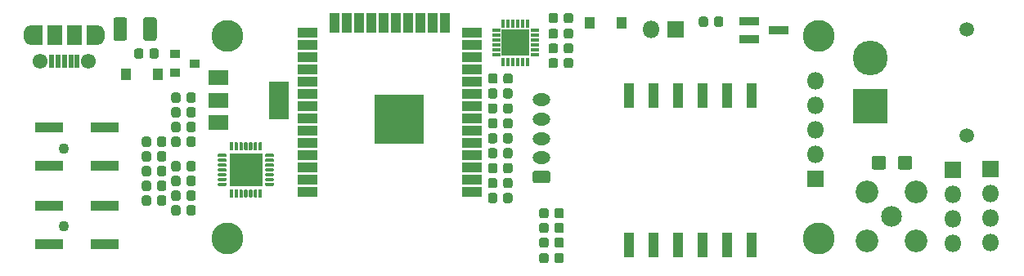
<source format=gbr>
%TF.GenerationSoftware,KiCad,Pcbnew,(5.1.6)-1*%
%TF.CreationDate,2021-06-02T18:30:26+10:00*%
%TF.ProjectId,L2_board,4c325f62-6f61-4726-942e-6b696361645f,2.0*%
%TF.SameCoordinates,Original*%
%TF.FileFunction,Soldermask,Top*%
%TF.FilePolarity,Negative*%
%FSLAX46Y46*%
G04 Gerber Fmt 4.6, Leading zero omitted, Abs format (unit mm)*
G04 Created by KiCad (PCBNEW (5.1.6)-1) date 2021-06-02 18:30:26*
%MOMM*%
%LPD*%
G01*
G04 APERTURE LIST*
%ADD10C,3.300000*%
%ADD11R,2.000000X0.900000*%
%ADD12R,2.843200X2.741600*%
%ADD13R,0.354000X0.811200*%
%ADD14R,0.811200X0.354000*%
%ADD15C,1.100000*%
%ADD16R,1.100000X2.600000*%
%ADD17R,3.450000X3.450000*%
%ADD18R,2.100000X1.600000*%
%ADD19R,2.100000X3.900000*%
%ADD20R,2.100000X1.000000*%
%ADD21R,1.000000X2.100000*%
%ADD22R,5.100000X5.100000*%
%ADD23R,2.900000X1.100000*%
%ADD24R,1.000000X0.900000*%
%ADD25C,3.600000*%
%ADD26R,3.600000X3.600000*%
%ADD27C,1.500000*%
%ADD28O,1.800000X1.800000*%
%ADD29R,1.800000X1.800000*%
%ADD30C,2.350000*%
%ADD31C,2.150000*%
%ADD32O,1.850000X1.300000*%
%ADD33R,1.300000X2.000000*%
%ADD34O,1.300000X2.000000*%
%ADD35R,1.600000X2.000000*%
%ADD36C,1.550000*%
%ADD37R,0.500000X1.450000*%
%ADD38R,1.000000X1.300000*%
G04 APERTURE END LIST*
%TO.C,C18*%
G36*
G01*
X194169600Y-96620882D02*
X194169600Y-95707918D01*
G75*
G02*
X194438118Y-95439400I268518J0D01*
G01*
X195401082Y-95439400D01*
G75*
G02*
X195669600Y-95707918I0J-268518D01*
G01*
X195669600Y-96620882D01*
G75*
G02*
X195401082Y-96889400I-268518J0D01*
G01*
X194438118Y-96889400D01*
G75*
G02*
X194169600Y-96620882I0J268518D01*
G01*
G37*
G36*
G01*
X196869600Y-96620882D02*
X196869600Y-95707918D01*
G75*
G02*
X197138118Y-95439400I268518J0D01*
G01*
X198101082Y-95439400D01*
G75*
G02*
X198369600Y-95707918I0J-268518D01*
G01*
X198369600Y-96620882D01*
G75*
G02*
X198101082Y-96889400I-268518J0D01*
G01*
X197138118Y-96889400D01*
G75*
G02*
X196869600Y-96620882I0J268518D01*
G01*
G37*
%TD*%
%TO.C,C17*%
G36*
G01*
X117095300Y-81339867D02*
X117095300Y-83252133D01*
G75*
G02*
X116826433Y-83521000I-268867J0D01*
G01*
X115939167Y-83521000D01*
G75*
G02*
X115670300Y-83252133I0J268867D01*
G01*
X115670300Y-81339867D01*
G75*
G02*
X115939167Y-81071000I268867J0D01*
G01*
X116826433Y-81071000D01*
G75*
G02*
X117095300Y-81339867I0J-268867D01*
G01*
G37*
G36*
G01*
X120170300Y-81339867D02*
X120170300Y-83252133D01*
G75*
G02*
X119901433Y-83521000I-268867J0D01*
G01*
X119014167Y-83521000D01*
G75*
G02*
X118745300Y-83252133I0J268867D01*
G01*
X118745300Y-81339867D01*
G75*
G02*
X119014167Y-81071000I268867J0D01*
G01*
X119901433Y-81071000D01*
G75*
G02*
X120170300Y-81339867I0J-268867D01*
G01*
G37*
%TD*%
D10*
%TO.C,REF\u002A\u002A*%
X127472000Y-83016000D03*
%TD*%
%TO.C,REF\u002A\u002A*%
X188722000Y-83016000D03*
%TD*%
%TO.C,REF\u002A\u002A*%
X188722000Y-104016000D03*
%TD*%
%TO.C,REF\u002A\u002A*%
X127472000Y-104016000D03*
%TD*%
D11*
%TO.C,Q4*%
X184507000Y-82423000D03*
X181507000Y-83373000D03*
X181507000Y-81473000D03*
%TD*%
D12*
%TO.C,U6*%
X157302200Y-83693000D03*
D13*
X156052200Y-81699100D03*
X156552199Y-81699100D03*
X157052200Y-81699100D03*
X157552200Y-81699100D03*
X158052201Y-81699100D03*
X158552200Y-81699100D03*
D14*
X159296100Y-82443000D03*
X159296100Y-82942999D03*
X159296100Y-83443000D03*
X159296100Y-83943000D03*
X159296100Y-84443001D03*
X159296100Y-84943000D03*
D13*
X158552200Y-85686900D03*
X158052201Y-85686900D03*
X157552200Y-85686900D03*
X157052200Y-85686900D03*
X156552199Y-85686900D03*
X156052200Y-85686900D03*
D14*
X155308300Y-84943000D03*
X155308300Y-84443001D03*
X155308300Y-83943000D03*
X155308300Y-83443000D03*
X155308300Y-82942999D03*
X155308300Y-82443000D03*
%TD*%
D15*
%TO.C,J4*%
X110542000Y-102711000D03*
X110542000Y-94711000D03*
%TD*%
D16*
%TO.C,U5*%
X181737000Y-89151000D03*
X179197000Y-89151000D03*
X176657000Y-89151000D03*
X169037000Y-89151000D03*
X171577000Y-89151000D03*
X181737000Y-104651000D03*
X179197000Y-104651000D03*
X169037000Y-104651000D03*
X171577000Y-104651000D03*
X176657000Y-104651000D03*
X174117000Y-89151000D03*
X174117000Y-104651000D03*
%TD*%
D17*
%TO.C,U4*%
X129390000Y-96901000D03*
G36*
G01*
X127715000Y-94813500D02*
X127715000Y-94088500D01*
G75*
G02*
X127802500Y-94001000I87500J0D01*
G01*
X127977500Y-94001000D01*
G75*
G02*
X128065000Y-94088500I0J-87500D01*
G01*
X128065000Y-94813500D01*
G75*
G02*
X127977500Y-94901000I-87500J0D01*
G01*
X127802500Y-94901000D01*
G75*
G02*
X127715000Y-94813500I0J87500D01*
G01*
G37*
G36*
G01*
X128215000Y-94813500D02*
X128215000Y-94088500D01*
G75*
G02*
X128302500Y-94001000I87500J0D01*
G01*
X128477500Y-94001000D01*
G75*
G02*
X128565000Y-94088500I0J-87500D01*
G01*
X128565000Y-94813500D01*
G75*
G02*
X128477500Y-94901000I-87500J0D01*
G01*
X128302500Y-94901000D01*
G75*
G02*
X128215000Y-94813500I0J87500D01*
G01*
G37*
G36*
G01*
X128715000Y-94813500D02*
X128715000Y-94088500D01*
G75*
G02*
X128802500Y-94001000I87500J0D01*
G01*
X128977500Y-94001000D01*
G75*
G02*
X129065000Y-94088500I0J-87500D01*
G01*
X129065000Y-94813500D01*
G75*
G02*
X128977500Y-94901000I-87500J0D01*
G01*
X128802500Y-94901000D01*
G75*
G02*
X128715000Y-94813500I0J87500D01*
G01*
G37*
G36*
G01*
X129215000Y-94813500D02*
X129215000Y-94088500D01*
G75*
G02*
X129302500Y-94001000I87500J0D01*
G01*
X129477500Y-94001000D01*
G75*
G02*
X129565000Y-94088500I0J-87500D01*
G01*
X129565000Y-94813500D01*
G75*
G02*
X129477500Y-94901000I-87500J0D01*
G01*
X129302500Y-94901000D01*
G75*
G02*
X129215000Y-94813500I0J87500D01*
G01*
G37*
G36*
G01*
X129715000Y-94813500D02*
X129715000Y-94088500D01*
G75*
G02*
X129802500Y-94001000I87500J0D01*
G01*
X129977500Y-94001000D01*
G75*
G02*
X130065000Y-94088500I0J-87500D01*
G01*
X130065000Y-94813500D01*
G75*
G02*
X129977500Y-94901000I-87500J0D01*
G01*
X129802500Y-94901000D01*
G75*
G02*
X129715000Y-94813500I0J87500D01*
G01*
G37*
G36*
G01*
X130215000Y-94813500D02*
X130215000Y-94088500D01*
G75*
G02*
X130302500Y-94001000I87500J0D01*
G01*
X130477500Y-94001000D01*
G75*
G02*
X130565000Y-94088500I0J-87500D01*
G01*
X130565000Y-94813500D01*
G75*
G02*
X130477500Y-94901000I-87500J0D01*
G01*
X130302500Y-94901000D01*
G75*
G02*
X130215000Y-94813500I0J87500D01*
G01*
G37*
G36*
G01*
X130715000Y-94813500D02*
X130715000Y-94088500D01*
G75*
G02*
X130802500Y-94001000I87500J0D01*
G01*
X130977500Y-94001000D01*
G75*
G02*
X131065000Y-94088500I0J-87500D01*
G01*
X131065000Y-94813500D01*
G75*
G02*
X130977500Y-94901000I-87500J0D01*
G01*
X130802500Y-94901000D01*
G75*
G02*
X130715000Y-94813500I0J87500D01*
G01*
G37*
G36*
G01*
X131390000Y-95488500D02*
X131390000Y-95313500D01*
G75*
G02*
X131477500Y-95226000I87500J0D01*
G01*
X132202500Y-95226000D01*
G75*
G02*
X132290000Y-95313500I0J-87500D01*
G01*
X132290000Y-95488500D01*
G75*
G02*
X132202500Y-95576000I-87500J0D01*
G01*
X131477500Y-95576000D01*
G75*
G02*
X131390000Y-95488500I0J87500D01*
G01*
G37*
G36*
G01*
X131390000Y-95988500D02*
X131390000Y-95813500D01*
G75*
G02*
X131477500Y-95726000I87500J0D01*
G01*
X132202500Y-95726000D01*
G75*
G02*
X132290000Y-95813500I0J-87500D01*
G01*
X132290000Y-95988500D01*
G75*
G02*
X132202500Y-96076000I-87500J0D01*
G01*
X131477500Y-96076000D01*
G75*
G02*
X131390000Y-95988500I0J87500D01*
G01*
G37*
G36*
G01*
X131390000Y-96488500D02*
X131390000Y-96313500D01*
G75*
G02*
X131477500Y-96226000I87500J0D01*
G01*
X132202500Y-96226000D01*
G75*
G02*
X132290000Y-96313500I0J-87500D01*
G01*
X132290000Y-96488500D01*
G75*
G02*
X132202500Y-96576000I-87500J0D01*
G01*
X131477500Y-96576000D01*
G75*
G02*
X131390000Y-96488500I0J87500D01*
G01*
G37*
G36*
G01*
X131390000Y-96988500D02*
X131390000Y-96813500D01*
G75*
G02*
X131477500Y-96726000I87500J0D01*
G01*
X132202500Y-96726000D01*
G75*
G02*
X132290000Y-96813500I0J-87500D01*
G01*
X132290000Y-96988500D01*
G75*
G02*
X132202500Y-97076000I-87500J0D01*
G01*
X131477500Y-97076000D01*
G75*
G02*
X131390000Y-96988500I0J87500D01*
G01*
G37*
G36*
G01*
X131390000Y-97488500D02*
X131390000Y-97313500D01*
G75*
G02*
X131477500Y-97226000I87500J0D01*
G01*
X132202500Y-97226000D01*
G75*
G02*
X132290000Y-97313500I0J-87500D01*
G01*
X132290000Y-97488500D01*
G75*
G02*
X132202500Y-97576000I-87500J0D01*
G01*
X131477500Y-97576000D01*
G75*
G02*
X131390000Y-97488500I0J87500D01*
G01*
G37*
G36*
G01*
X131390000Y-97988500D02*
X131390000Y-97813500D01*
G75*
G02*
X131477500Y-97726000I87500J0D01*
G01*
X132202500Y-97726000D01*
G75*
G02*
X132290000Y-97813500I0J-87500D01*
G01*
X132290000Y-97988500D01*
G75*
G02*
X132202500Y-98076000I-87500J0D01*
G01*
X131477500Y-98076000D01*
G75*
G02*
X131390000Y-97988500I0J87500D01*
G01*
G37*
G36*
G01*
X131390000Y-98488500D02*
X131390000Y-98313500D01*
G75*
G02*
X131477500Y-98226000I87500J0D01*
G01*
X132202500Y-98226000D01*
G75*
G02*
X132290000Y-98313500I0J-87500D01*
G01*
X132290000Y-98488500D01*
G75*
G02*
X132202500Y-98576000I-87500J0D01*
G01*
X131477500Y-98576000D01*
G75*
G02*
X131390000Y-98488500I0J87500D01*
G01*
G37*
G36*
G01*
X130715000Y-99713500D02*
X130715000Y-98988500D01*
G75*
G02*
X130802500Y-98901000I87500J0D01*
G01*
X130977500Y-98901000D01*
G75*
G02*
X131065000Y-98988500I0J-87500D01*
G01*
X131065000Y-99713500D01*
G75*
G02*
X130977500Y-99801000I-87500J0D01*
G01*
X130802500Y-99801000D01*
G75*
G02*
X130715000Y-99713500I0J87500D01*
G01*
G37*
G36*
G01*
X130215000Y-99713500D02*
X130215000Y-98988500D01*
G75*
G02*
X130302500Y-98901000I87500J0D01*
G01*
X130477500Y-98901000D01*
G75*
G02*
X130565000Y-98988500I0J-87500D01*
G01*
X130565000Y-99713500D01*
G75*
G02*
X130477500Y-99801000I-87500J0D01*
G01*
X130302500Y-99801000D01*
G75*
G02*
X130215000Y-99713500I0J87500D01*
G01*
G37*
G36*
G01*
X129715000Y-99713500D02*
X129715000Y-98988500D01*
G75*
G02*
X129802500Y-98901000I87500J0D01*
G01*
X129977500Y-98901000D01*
G75*
G02*
X130065000Y-98988500I0J-87500D01*
G01*
X130065000Y-99713500D01*
G75*
G02*
X129977500Y-99801000I-87500J0D01*
G01*
X129802500Y-99801000D01*
G75*
G02*
X129715000Y-99713500I0J87500D01*
G01*
G37*
G36*
G01*
X129215000Y-99713500D02*
X129215000Y-98988500D01*
G75*
G02*
X129302500Y-98901000I87500J0D01*
G01*
X129477500Y-98901000D01*
G75*
G02*
X129565000Y-98988500I0J-87500D01*
G01*
X129565000Y-99713500D01*
G75*
G02*
X129477500Y-99801000I-87500J0D01*
G01*
X129302500Y-99801000D01*
G75*
G02*
X129215000Y-99713500I0J87500D01*
G01*
G37*
G36*
G01*
X128715000Y-99713500D02*
X128715000Y-98988500D01*
G75*
G02*
X128802500Y-98901000I87500J0D01*
G01*
X128977500Y-98901000D01*
G75*
G02*
X129065000Y-98988500I0J-87500D01*
G01*
X129065000Y-99713500D01*
G75*
G02*
X128977500Y-99801000I-87500J0D01*
G01*
X128802500Y-99801000D01*
G75*
G02*
X128715000Y-99713500I0J87500D01*
G01*
G37*
G36*
G01*
X128215000Y-99713500D02*
X128215000Y-98988500D01*
G75*
G02*
X128302500Y-98901000I87500J0D01*
G01*
X128477500Y-98901000D01*
G75*
G02*
X128565000Y-98988500I0J-87500D01*
G01*
X128565000Y-99713500D01*
G75*
G02*
X128477500Y-99801000I-87500J0D01*
G01*
X128302500Y-99801000D01*
G75*
G02*
X128215000Y-99713500I0J87500D01*
G01*
G37*
G36*
G01*
X127715000Y-99713500D02*
X127715000Y-98988500D01*
G75*
G02*
X127802500Y-98901000I87500J0D01*
G01*
X127977500Y-98901000D01*
G75*
G02*
X128065000Y-98988500I0J-87500D01*
G01*
X128065000Y-99713500D01*
G75*
G02*
X127977500Y-99801000I-87500J0D01*
G01*
X127802500Y-99801000D01*
G75*
G02*
X127715000Y-99713500I0J87500D01*
G01*
G37*
G36*
G01*
X126490000Y-98488500D02*
X126490000Y-98313500D01*
G75*
G02*
X126577500Y-98226000I87500J0D01*
G01*
X127302500Y-98226000D01*
G75*
G02*
X127390000Y-98313500I0J-87500D01*
G01*
X127390000Y-98488500D01*
G75*
G02*
X127302500Y-98576000I-87500J0D01*
G01*
X126577500Y-98576000D01*
G75*
G02*
X126490000Y-98488500I0J87500D01*
G01*
G37*
G36*
G01*
X126490000Y-97988500D02*
X126490000Y-97813500D01*
G75*
G02*
X126577500Y-97726000I87500J0D01*
G01*
X127302500Y-97726000D01*
G75*
G02*
X127390000Y-97813500I0J-87500D01*
G01*
X127390000Y-97988500D01*
G75*
G02*
X127302500Y-98076000I-87500J0D01*
G01*
X126577500Y-98076000D01*
G75*
G02*
X126490000Y-97988500I0J87500D01*
G01*
G37*
G36*
G01*
X126490000Y-97488500D02*
X126490000Y-97313500D01*
G75*
G02*
X126577500Y-97226000I87500J0D01*
G01*
X127302500Y-97226000D01*
G75*
G02*
X127390000Y-97313500I0J-87500D01*
G01*
X127390000Y-97488500D01*
G75*
G02*
X127302500Y-97576000I-87500J0D01*
G01*
X126577500Y-97576000D01*
G75*
G02*
X126490000Y-97488500I0J87500D01*
G01*
G37*
G36*
G01*
X126490000Y-96988500D02*
X126490000Y-96813500D01*
G75*
G02*
X126577500Y-96726000I87500J0D01*
G01*
X127302500Y-96726000D01*
G75*
G02*
X127390000Y-96813500I0J-87500D01*
G01*
X127390000Y-96988500D01*
G75*
G02*
X127302500Y-97076000I-87500J0D01*
G01*
X126577500Y-97076000D01*
G75*
G02*
X126490000Y-96988500I0J87500D01*
G01*
G37*
G36*
G01*
X126490000Y-96488500D02*
X126490000Y-96313500D01*
G75*
G02*
X126577500Y-96226000I87500J0D01*
G01*
X127302500Y-96226000D01*
G75*
G02*
X127390000Y-96313500I0J-87500D01*
G01*
X127390000Y-96488500D01*
G75*
G02*
X127302500Y-96576000I-87500J0D01*
G01*
X126577500Y-96576000D01*
G75*
G02*
X126490000Y-96488500I0J87500D01*
G01*
G37*
G36*
G01*
X126490000Y-95988500D02*
X126490000Y-95813500D01*
G75*
G02*
X126577500Y-95726000I87500J0D01*
G01*
X127302500Y-95726000D01*
G75*
G02*
X127390000Y-95813500I0J-87500D01*
G01*
X127390000Y-95988500D01*
G75*
G02*
X127302500Y-96076000I-87500J0D01*
G01*
X126577500Y-96076000D01*
G75*
G02*
X126490000Y-95988500I0J87500D01*
G01*
G37*
G36*
G01*
X126490000Y-95488500D02*
X126490000Y-95313500D01*
G75*
G02*
X126577500Y-95226000I87500J0D01*
G01*
X127302500Y-95226000D01*
G75*
G02*
X127390000Y-95313500I0J-87500D01*
G01*
X127390000Y-95488500D01*
G75*
G02*
X127302500Y-95576000I-87500J0D01*
G01*
X126577500Y-95576000D01*
G75*
G02*
X126490000Y-95488500I0J87500D01*
G01*
G37*
%TD*%
D18*
%TO.C,U2*%
X126517000Y-87362000D03*
X126517000Y-91962000D03*
X126517000Y-89662000D03*
D19*
X132817000Y-89662000D03*
%TD*%
D20*
%TO.C,U1*%
X135772000Y-99187000D03*
X135772000Y-97917000D03*
X135772000Y-96647000D03*
X135772000Y-95377000D03*
X135772000Y-94107000D03*
X135772000Y-92837000D03*
X135772000Y-91567000D03*
X135772000Y-90297000D03*
X135772000Y-89027000D03*
X135772000Y-87757000D03*
X135772000Y-86487000D03*
X135772000Y-85217000D03*
X135772000Y-83947000D03*
X135772000Y-82677000D03*
D21*
X138557000Y-81677000D03*
X139827000Y-81677000D03*
X141097000Y-81677000D03*
X142367000Y-81677000D03*
X143637000Y-81677000D03*
X144907000Y-81677000D03*
X146177000Y-81677000D03*
X147447000Y-81677000D03*
X148717000Y-81677000D03*
X149987000Y-81677000D03*
D20*
X152772000Y-82677000D03*
X152772000Y-83947000D03*
X152772000Y-85217000D03*
X152772000Y-86487000D03*
X152772000Y-87757000D03*
X152772000Y-89027000D03*
X152772000Y-90297000D03*
X152772000Y-91567000D03*
X152772000Y-92837000D03*
X152772000Y-94107000D03*
X152772000Y-95377000D03*
X152772000Y-96647000D03*
X152772000Y-97917000D03*
X152772000Y-99187000D03*
D22*
X145272000Y-91687000D03*
%TD*%
D23*
%TO.C,BOOT*%
X114787000Y-104616000D03*
X108987000Y-104616000D03*
X114787000Y-100616000D03*
X108987000Y-100616000D03*
%TD*%
%TO.C,SW1*%
X114787000Y-96488000D03*
X108987000Y-96488000D03*
X114787000Y-92488000D03*
X108987000Y-92488000D03*
%TD*%
%TO.C,R13*%
G36*
G01*
X177246000Y-81252750D02*
X177246000Y-81815250D01*
G75*
G02*
X177002250Y-82059000I-243750J0D01*
G01*
X176514750Y-82059000D01*
G75*
G02*
X176271000Y-81815250I0J243750D01*
G01*
X176271000Y-81252750D01*
G75*
G02*
X176514750Y-81009000I243750J0D01*
G01*
X177002250Y-81009000D01*
G75*
G02*
X177246000Y-81252750I0J-243750D01*
G01*
G37*
G36*
G01*
X178821000Y-81252750D02*
X178821000Y-81815250D01*
G75*
G02*
X178577250Y-82059000I-243750J0D01*
G01*
X178089750Y-82059000D01*
G75*
G02*
X177846000Y-81815250I0J243750D01*
G01*
X177846000Y-81252750D01*
G75*
G02*
X178089750Y-81009000I243750J0D01*
G01*
X178577250Y-81009000D01*
G75*
G02*
X178821000Y-81252750I0J-243750D01*
G01*
G37*
%TD*%
%TO.C,R12*%
G36*
G01*
X155427300Y-99540750D02*
X155427300Y-100103250D01*
G75*
G02*
X155183550Y-100347000I-243750J0D01*
G01*
X154696050Y-100347000D01*
G75*
G02*
X154452300Y-100103250I0J243750D01*
G01*
X154452300Y-99540750D01*
G75*
G02*
X154696050Y-99297000I243750J0D01*
G01*
X155183550Y-99297000D01*
G75*
G02*
X155427300Y-99540750I0J-243750D01*
G01*
G37*
G36*
G01*
X157002300Y-99540750D02*
X157002300Y-100103250D01*
G75*
G02*
X156758550Y-100347000I-243750J0D01*
G01*
X156271050Y-100347000D01*
G75*
G02*
X156027300Y-100103250I0J243750D01*
G01*
X156027300Y-99540750D01*
G75*
G02*
X156271050Y-99297000I243750J0D01*
G01*
X156758550Y-99297000D01*
G75*
G02*
X157002300Y-99540750I0J-243750D01*
G01*
G37*
%TD*%
%TO.C,R11*%
G36*
G01*
X156027300Y-98553850D02*
X156027300Y-97991350D01*
G75*
G02*
X156271050Y-97747600I243750J0D01*
G01*
X156758550Y-97747600D01*
G75*
G02*
X157002300Y-97991350I0J-243750D01*
G01*
X157002300Y-98553850D01*
G75*
G02*
X156758550Y-98797600I-243750J0D01*
G01*
X156271050Y-98797600D01*
G75*
G02*
X156027300Y-98553850I0J243750D01*
G01*
G37*
G36*
G01*
X154452300Y-98553850D02*
X154452300Y-97991350D01*
G75*
G02*
X154696050Y-97747600I243750J0D01*
G01*
X155183550Y-97747600D01*
G75*
G02*
X155427300Y-97991350I0J-243750D01*
G01*
X155427300Y-98553850D01*
G75*
G02*
X155183550Y-98797600I-243750J0D01*
G01*
X154696050Y-98797600D01*
G75*
G02*
X154452300Y-98553850I0J243750D01*
G01*
G37*
%TD*%
%TO.C,R10*%
G36*
G01*
X123236000Y-94261250D02*
X123236000Y-93698750D01*
G75*
G02*
X123479750Y-93455000I243750J0D01*
G01*
X123967250Y-93455000D01*
G75*
G02*
X124211000Y-93698750I0J-243750D01*
G01*
X124211000Y-94261250D01*
G75*
G02*
X123967250Y-94505000I-243750J0D01*
G01*
X123479750Y-94505000D01*
G75*
G02*
X123236000Y-94261250I0J243750D01*
G01*
G37*
G36*
G01*
X121661000Y-94261250D02*
X121661000Y-93698750D01*
G75*
G02*
X121904750Y-93455000I243750J0D01*
G01*
X122392250Y-93455000D01*
G75*
G02*
X122636000Y-93698750I0J-243750D01*
G01*
X122636000Y-94261250D01*
G75*
G02*
X122392250Y-94505000I-243750J0D01*
G01*
X121904750Y-94505000D01*
G75*
G02*
X121661000Y-94261250I0J243750D01*
G01*
G37*
%TD*%
%TO.C,R9*%
G36*
G01*
X123236000Y-96801250D02*
X123236000Y-96238750D01*
G75*
G02*
X123479750Y-95995000I243750J0D01*
G01*
X123967250Y-95995000D01*
G75*
G02*
X124211000Y-96238750I0J-243750D01*
G01*
X124211000Y-96801250D01*
G75*
G02*
X123967250Y-97045000I-243750J0D01*
G01*
X123479750Y-97045000D01*
G75*
G02*
X123236000Y-96801250I0J243750D01*
G01*
G37*
G36*
G01*
X121661000Y-96801250D02*
X121661000Y-96238750D01*
G75*
G02*
X121904750Y-95995000I243750J0D01*
G01*
X122392250Y-95995000D01*
G75*
G02*
X122636000Y-96238750I0J-243750D01*
G01*
X122636000Y-96801250D01*
G75*
G02*
X122392250Y-97045000I-243750J0D01*
G01*
X121904750Y-97045000D01*
G75*
G02*
X121661000Y-96801250I0J243750D01*
G01*
G37*
%TD*%
%TO.C,R8*%
G36*
G01*
X119588000Y-98270750D02*
X119588000Y-98833250D01*
G75*
G02*
X119344250Y-99077000I-243750J0D01*
G01*
X118856750Y-99077000D01*
G75*
G02*
X118613000Y-98833250I0J243750D01*
G01*
X118613000Y-98270750D01*
G75*
G02*
X118856750Y-98027000I243750J0D01*
G01*
X119344250Y-98027000D01*
G75*
G02*
X119588000Y-98270750I0J-243750D01*
G01*
G37*
G36*
G01*
X121163000Y-98270750D02*
X121163000Y-98833250D01*
G75*
G02*
X120919250Y-99077000I-243750J0D01*
G01*
X120431750Y-99077000D01*
G75*
G02*
X120188000Y-98833250I0J243750D01*
G01*
X120188000Y-98270750D01*
G75*
G02*
X120431750Y-98027000I243750J0D01*
G01*
X120919250Y-98027000D01*
G75*
G02*
X121163000Y-98270750I0J-243750D01*
G01*
G37*
%TD*%
%TO.C,R7*%
G36*
G01*
X123236000Y-99849250D02*
X123236000Y-99286750D01*
G75*
G02*
X123479750Y-99043000I243750J0D01*
G01*
X123967250Y-99043000D01*
G75*
G02*
X124211000Y-99286750I0J-243750D01*
G01*
X124211000Y-99849250D01*
G75*
G02*
X123967250Y-100093000I-243750J0D01*
G01*
X123479750Y-100093000D01*
G75*
G02*
X123236000Y-99849250I0J243750D01*
G01*
G37*
G36*
G01*
X121661000Y-99849250D02*
X121661000Y-99286750D01*
G75*
G02*
X121904750Y-99043000I243750J0D01*
G01*
X122392250Y-99043000D01*
G75*
G02*
X122636000Y-99286750I0J-243750D01*
G01*
X122636000Y-99849250D01*
G75*
G02*
X122392250Y-100093000I-243750J0D01*
G01*
X121904750Y-100093000D01*
G75*
G02*
X121661000Y-99849250I0J243750D01*
G01*
G37*
%TD*%
%TO.C,R6*%
G36*
G01*
X123236000Y-98325250D02*
X123236000Y-97762750D01*
G75*
G02*
X123479750Y-97519000I243750J0D01*
G01*
X123967250Y-97519000D01*
G75*
G02*
X124211000Y-97762750I0J-243750D01*
G01*
X124211000Y-98325250D01*
G75*
G02*
X123967250Y-98569000I-243750J0D01*
G01*
X123479750Y-98569000D01*
G75*
G02*
X123236000Y-98325250I0J243750D01*
G01*
G37*
G36*
G01*
X121661000Y-98325250D02*
X121661000Y-97762750D01*
G75*
G02*
X121904750Y-97519000I243750J0D01*
G01*
X122392250Y-97519000D01*
G75*
G02*
X122636000Y-97762750I0J-243750D01*
G01*
X122636000Y-98325250D01*
G75*
G02*
X122392250Y-98569000I-243750J0D01*
G01*
X121904750Y-98569000D01*
G75*
G02*
X121661000Y-98325250I0J243750D01*
G01*
G37*
%TD*%
%TO.C,R5*%
G36*
G01*
X161701200Y-84021350D02*
X161701200Y-84583850D01*
G75*
G02*
X161457450Y-84827600I-243750J0D01*
G01*
X160969950Y-84827600D01*
G75*
G02*
X160726200Y-84583850I0J243750D01*
G01*
X160726200Y-84021350D01*
G75*
G02*
X160969950Y-83777600I243750J0D01*
G01*
X161457450Y-83777600D01*
G75*
G02*
X161701200Y-84021350I0J-243750D01*
G01*
G37*
G36*
G01*
X163276200Y-84021350D02*
X163276200Y-84583850D01*
G75*
G02*
X163032450Y-84827600I-243750J0D01*
G01*
X162544950Y-84827600D01*
G75*
G02*
X162301200Y-84583850I0J243750D01*
G01*
X162301200Y-84021350D01*
G75*
G02*
X162544950Y-83777600I243750J0D01*
G01*
X163032450Y-83777600D01*
G75*
G02*
X163276200Y-84021350I0J-243750D01*
G01*
G37*
%TD*%
%TO.C,R4*%
G36*
G01*
X161336000Y-104726050D02*
X161336000Y-104163550D01*
G75*
G02*
X161579750Y-103919800I243750J0D01*
G01*
X162067250Y-103919800D01*
G75*
G02*
X162311000Y-104163550I0J-243750D01*
G01*
X162311000Y-104726050D01*
G75*
G02*
X162067250Y-104969800I-243750J0D01*
G01*
X161579750Y-104969800D01*
G75*
G02*
X161336000Y-104726050I0J243750D01*
G01*
G37*
G36*
G01*
X159761000Y-104726050D02*
X159761000Y-104163550D01*
G75*
G02*
X160004750Y-103919800I243750J0D01*
G01*
X160492250Y-103919800D01*
G75*
G02*
X160736000Y-104163550I0J-243750D01*
G01*
X160736000Y-104726050D01*
G75*
G02*
X160492250Y-104969800I-243750J0D01*
G01*
X160004750Y-104969800D01*
G75*
G02*
X159761000Y-104726050I0J243750D01*
G01*
G37*
%TD*%
%TO.C,R3*%
G36*
G01*
X122636000Y-100810750D02*
X122636000Y-101373250D01*
G75*
G02*
X122392250Y-101617000I-243750J0D01*
G01*
X121904750Y-101617000D01*
G75*
G02*
X121661000Y-101373250I0J243750D01*
G01*
X121661000Y-100810750D01*
G75*
G02*
X121904750Y-100567000I243750J0D01*
G01*
X122392250Y-100567000D01*
G75*
G02*
X122636000Y-100810750I0J-243750D01*
G01*
G37*
G36*
G01*
X124211000Y-100810750D02*
X124211000Y-101373250D01*
G75*
G02*
X123967250Y-101617000I-243750J0D01*
G01*
X123479750Y-101617000D01*
G75*
G02*
X123236000Y-101373250I0J243750D01*
G01*
X123236000Y-100810750D01*
G75*
G02*
X123479750Y-100567000I243750J0D01*
G01*
X123967250Y-100567000D01*
G75*
G02*
X124211000Y-100810750I0J-243750D01*
G01*
G37*
%TD*%
%TO.C,R2*%
G36*
G01*
X119400500Y-85117250D02*
X119400500Y-84554750D01*
G75*
G02*
X119644250Y-84311000I243750J0D01*
G01*
X120131750Y-84311000D01*
G75*
G02*
X120375500Y-84554750I0J-243750D01*
G01*
X120375500Y-85117250D01*
G75*
G02*
X120131750Y-85361000I-243750J0D01*
G01*
X119644250Y-85361000D01*
G75*
G02*
X119400500Y-85117250I0J243750D01*
G01*
G37*
G36*
G01*
X117825500Y-85117250D02*
X117825500Y-84554750D01*
G75*
G02*
X118069250Y-84311000I243750J0D01*
G01*
X118556750Y-84311000D01*
G75*
G02*
X118800500Y-84554750I0J-243750D01*
G01*
X118800500Y-85117250D01*
G75*
G02*
X118556750Y-85361000I-243750J0D01*
G01*
X118069250Y-85361000D01*
G75*
G02*
X117825500Y-85117250I0J243750D01*
G01*
G37*
%TD*%
%TO.C,R1*%
G36*
G01*
X156027300Y-97004450D02*
X156027300Y-96441950D01*
G75*
G02*
X156271050Y-96198200I243750J0D01*
G01*
X156758550Y-96198200D01*
G75*
G02*
X157002300Y-96441950I0J-243750D01*
G01*
X157002300Y-97004450D01*
G75*
G02*
X156758550Y-97248200I-243750J0D01*
G01*
X156271050Y-97248200D01*
G75*
G02*
X156027300Y-97004450I0J243750D01*
G01*
G37*
G36*
G01*
X154452300Y-97004450D02*
X154452300Y-96441950D01*
G75*
G02*
X154696050Y-96198200I243750J0D01*
G01*
X155183550Y-96198200D01*
G75*
G02*
X155427300Y-96441950I0J-243750D01*
G01*
X155427300Y-97004450D01*
G75*
G02*
X155183550Y-97248200I-243750J0D01*
G01*
X154696050Y-97248200D01*
G75*
G02*
X154452300Y-97004450I0J243750D01*
G01*
G37*
%TD*%
D24*
%TO.C,Q1*%
X124063000Y-85852000D03*
X122063000Y-86802000D03*
X122063000Y-84902000D03*
%TD*%
D25*
%TO.C,J9*%
X194056000Y-85297000D03*
D26*
X194056000Y-90297000D03*
D27*
X204056000Y-82297000D03*
X204056000Y-93297000D03*
%TD*%
D28*
%TO.C,J8*%
X206504540Y-104396540D03*
X206504540Y-101856540D03*
X206504540Y-99316540D03*
D29*
X206504540Y-96776540D03*
%TD*%
D28*
%TO.C,J7*%
X188341000Y-87630000D03*
X188341000Y-90170000D03*
X188341000Y-92710000D03*
X188341000Y-95250000D03*
D29*
X188341000Y-97790000D03*
%TD*%
D30*
%TO.C,J6*%
X193649600Y-104292400D03*
X193649600Y-99212400D03*
X198729600Y-99212400D03*
X198729600Y-104292400D03*
D31*
X196189600Y-101752400D03*
%TD*%
D28*
%TO.C,BUZZER*%
X171323000Y-82296000D03*
D29*
X173863000Y-82296000D03*
%TD*%
D32*
%TO.C,J3*%
X159994600Y-89637600D03*
X159994600Y-91637600D03*
X159994600Y-93637600D03*
X159994600Y-95637600D03*
G36*
G01*
X160648768Y-98287600D02*
X159340432Y-98287600D01*
G75*
G02*
X159069600Y-98016768I0J270832D01*
G01*
X159069600Y-97258432D01*
G75*
G02*
X159340432Y-96987600I270832J0D01*
G01*
X160648768Y-96987600D01*
G75*
G02*
X160919600Y-97258432I0J-270832D01*
G01*
X160919600Y-98016768D01*
G75*
G02*
X160648768Y-98287600I-270832J0D01*
G01*
G37*
%TD*%
D33*
%TO.C,J2*%
X113517000Y-82963500D03*
X107717000Y-82963500D03*
D34*
X107117000Y-82963500D03*
X114117000Y-82963500D03*
D35*
X111617000Y-82963500D03*
D36*
X108117000Y-85663500D03*
D37*
X110617000Y-85663500D03*
X109967000Y-85663500D03*
X109317000Y-85663500D03*
X111917000Y-85663500D03*
X111267000Y-85663500D03*
D36*
X113117000Y-85663500D03*
D35*
X109617000Y-82963500D03*
%TD*%
D28*
%TO.C,J1*%
X202565000Y-104521000D03*
X202565000Y-101981000D03*
X202565000Y-99441000D03*
D29*
X202565000Y-96901000D03*
%TD*%
D38*
%TO.C,D5*%
X168274000Y-81661000D03*
X164974000Y-81661000D03*
%TD*%
%TO.C,D4*%
G36*
G01*
X120188000Y-100357250D02*
X120188000Y-99794750D01*
G75*
G02*
X120431750Y-99551000I243750J0D01*
G01*
X120919250Y-99551000D01*
G75*
G02*
X121163000Y-99794750I0J-243750D01*
G01*
X121163000Y-100357250D01*
G75*
G02*
X120919250Y-100601000I-243750J0D01*
G01*
X120431750Y-100601000D01*
G75*
G02*
X120188000Y-100357250I0J243750D01*
G01*
G37*
G36*
G01*
X118613000Y-100357250D02*
X118613000Y-99794750D01*
G75*
G02*
X118856750Y-99551000I243750J0D01*
G01*
X119344250Y-99551000D01*
G75*
G02*
X119588000Y-99794750I0J-243750D01*
G01*
X119588000Y-100357250D01*
G75*
G02*
X119344250Y-100601000I-243750J0D01*
G01*
X118856750Y-100601000D01*
G75*
G02*
X118613000Y-100357250I0J243750D01*
G01*
G37*
%TD*%
%TO.C,D3*%
X116968000Y-86995000D03*
X120268000Y-86995000D03*
%TD*%
%TO.C,D2*%
G36*
G01*
X162301200Y-83059850D02*
X162301200Y-82497350D01*
G75*
G02*
X162544950Y-82253600I243750J0D01*
G01*
X163032450Y-82253600D01*
G75*
G02*
X163276200Y-82497350I0J-243750D01*
G01*
X163276200Y-83059850D01*
G75*
G02*
X163032450Y-83303600I-243750J0D01*
G01*
X162544950Y-83303600D01*
G75*
G02*
X162301200Y-83059850I0J243750D01*
G01*
G37*
G36*
G01*
X160726200Y-83059850D02*
X160726200Y-82497350D01*
G75*
G02*
X160969950Y-82253600I243750J0D01*
G01*
X161457450Y-82253600D01*
G75*
G02*
X161701200Y-82497350I0J-243750D01*
G01*
X161701200Y-83059850D01*
G75*
G02*
X161457450Y-83303600I-243750J0D01*
G01*
X160969950Y-83303600D01*
G75*
G02*
X160726200Y-83059850I0J243750D01*
G01*
G37*
%TD*%
%TO.C,D1*%
G36*
G01*
X161336000Y-106326250D02*
X161336000Y-105763750D01*
G75*
G02*
X161579750Y-105520000I243750J0D01*
G01*
X162067250Y-105520000D01*
G75*
G02*
X162311000Y-105763750I0J-243750D01*
G01*
X162311000Y-106326250D01*
G75*
G02*
X162067250Y-106570000I-243750J0D01*
G01*
X161579750Y-106570000D01*
G75*
G02*
X161336000Y-106326250I0J243750D01*
G01*
G37*
G36*
G01*
X159761000Y-106326250D02*
X159761000Y-105763750D01*
G75*
G02*
X160004750Y-105520000I243750J0D01*
G01*
X160492250Y-105520000D01*
G75*
G02*
X160736000Y-105763750I0J-243750D01*
G01*
X160736000Y-106326250D01*
G75*
G02*
X160492250Y-106570000I-243750J0D01*
G01*
X160004750Y-106570000D01*
G75*
G02*
X159761000Y-106326250I0J243750D01*
G01*
G37*
%TD*%
%TO.C,C16*%
G36*
G01*
X162301200Y-86107850D02*
X162301200Y-85545350D01*
G75*
G02*
X162544950Y-85301600I243750J0D01*
G01*
X163032450Y-85301600D01*
G75*
G02*
X163276200Y-85545350I0J-243750D01*
G01*
X163276200Y-86107850D01*
G75*
G02*
X163032450Y-86351600I-243750J0D01*
G01*
X162544950Y-86351600D01*
G75*
G02*
X162301200Y-86107850I0J243750D01*
G01*
G37*
G36*
G01*
X160726200Y-86107850D02*
X160726200Y-85545350D01*
G75*
G02*
X160969950Y-85301600I243750J0D01*
G01*
X161457450Y-85301600D01*
G75*
G02*
X161701200Y-85545350I0J-243750D01*
G01*
X161701200Y-86107850D01*
G75*
G02*
X161457450Y-86351600I-243750J0D01*
G01*
X160969950Y-86351600D01*
G75*
G02*
X160726200Y-86107850I0J243750D01*
G01*
G37*
%TD*%
%TO.C,C15*%
G36*
G01*
X156027300Y-92356250D02*
X156027300Y-91793750D01*
G75*
G02*
X156271050Y-91550000I243750J0D01*
G01*
X156758550Y-91550000D01*
G75*
G02*
X157002300Y-91793750I0J-243750D01*
G01*
X157002300Y-92356250D01*
G75*
G02*
X156758550Y-92600000I-243750J0D01*
G01*
X156271050Y-92600000D01*
G75*
G02*
X156027300Y-92356250I0J243750D01*
G01*
G37*
G36*
G01*
X154452300Y-92356250D02*
X154452300Y-91793750D01*
G75*
G02*
X154696050Y-91550000I243750J0D01*
G01*
X155183550Y-91550000D01*
G75*
G02*
X155427300Y-91793750I0J-243750D01*
G01*
X155427300Y-92356250D01*
G75*
G02*
X155183550Y-92600000I-243750J0D01*
G01*
X154696050Y-92600000D01*
G75*
G02*
X154452300Y-92356250I0J243750D01*
G01*
G37*
%TD*%
%TO.C,C14*%
G36*
G01*
X156027300Y-93905650D02*
X156027300Y-93343150D01*
G75*
G02*
X156271050Y-93099400I243750J0D01*
G01*
X156758550Y-93099400D01*
G75*
G02*
X157002300Y-93343150I0J-243750D01*
G01*
X157002300Y-93905650D01*
G75*
G02*
X156758550Y-94149400I-243750J0D01*
G01*
X156271050Y-94149400D01*
G75*
G02*
X156027300Y-93905650I0J243750D01*
G01*
G37*
G36*
G01*
X154452300Y-93905650D02*
X154452300Y-93343150D01*
G75*
G02*
X154696050Y-93099400I243750J0D01*
G01*
X155183550Y-93099400D01*
G75*
G02*
X155427300Y-93343150I0J-243750D01*
G01*
X155427300Y-93905650D01*
G75*
G02*
X155183550Y-94149400I-243750J0D01*
G01*
X154696050Y-94149400D01*
G75*
G02*
X154452300Y-93905650I0J243750D01*
G01*
G37*
%TD*%
%TO.C,C13*%
G36*
G01*
X119588000Y-95222750D02*
X119588000Y-95785250D01*
G75*
G02*
X119344250Y-96029000I-243750J0D01*
G01*
X118856750Y-96029000D01*
G75*
G02*
X118613000Y-95785250I0J243750D01*
G01*
X118613000Y-95222750D01*
G75*
G02*
X118856750Y-94979000I243750J0D01*
G01*
X119344250Y-94979000D01*
G75*
G02*
X119588000Y-95222750I0J-243750D01*
G01*
G37*
G36*
G01*
X121163000Y-95222750D02*
X121163000Y-95785250D01*
G75*
G02*
X120919250Y-96029000I-243750J0D01*
G01*
X120431750Y-96029000D01*
G75*
G02*
X120188000Y-95785250I0J243750D01*
G01*
X120188000Y-95222750D01*
G75*
G02*
X120431750Y-94979000I243750J0D01*
G01*
X120919250Y-94979000D01*
G75*
G02*
X121163000Y-95222750I0J-243750D01*
G01*
G37*
%TD*%
%TO.C,C12*%
G36*
G01*
X161336000Y-103202050D02*
X161336000Y-102639550D01*
G75*
G02*
X161579750Y-102395800I243750J0D01*
G01*
X162067250Y-102395800D01*
G75*
G02*
X162311000Y-102639550I0J-243750D01*
G01*
X162311000Y-103202050D01*
G75*
G02*
X162067250Y-103445800I-243750J0D01*
G01*
X161579750Y-103445800D01*
G75*
G02*
X161336000Y-103202050I0J243750D01*
G01*
G37*
G36*
G01*
X159761000Y-103202050D02*
X159761000Y-102639550D01*
G75*
G02*
X160004750Y-102395800I243750J0D01*
G01*
X160492250Y-102395800D01*
G75*
G02*
X160736000Y-102639550I0J-243750D01*
G01*
X160736000Y-103202050D01*
G75*
G02*
X160492250Y-103445800I-243750J0D01*
G01*
X160004750Y-103445800D01*
G75*
G02*
X159761000Y-103202050I0J243750D01*
G01*
G37*
%TD*%
%TO.C,C11*%
G36*
G01*
X156052700Y-87708050D02*
X156052700Y-87145550D01*
G75*
G02*
X156296450Y-86901800I243750J0D01*
G01*
X156783950Y-86901800D01*
G75*
G02*
X157027700Y-87145550I0J-243750D01*
G01*
X157027700Y-87708050D01*
G75*
G02*
X156783950Y-87951800I-243750J0D01*
G01*
X156296450Y-87951800D01*
G75*
G02*
X156052700Y-87708050I0J243750D01*
G01*
G37*
G36*
G01*
X154477700Y-87708050D02*
X154477700Y-87145550D01*
G75*
G02*
X154721450Y-86901800I243750J0D01*
G01*
X155208950Y-86901800D01*
G75*
G02*
X155452700Y-87145550I0J-243750D01*
G01*
X155452700Y-87708050D01*
G75*
G02*
X155208950Y-87951800I-243750J0D01*
G01*
X154721450Y-87951800D01*
G75*
G02*
X154477700Y-87708050I0J243750D01*
G01*
G37*
%TD*%
%TO.C,C10*%
G36*
G01*
X122636000Y-92174750D02*
X122636000Y-92737250D01*
G75*
G02*
X122392250Y-92981000I-243750J0D01*
G01*
X121904750Y-92981000D01*
G75*
G02*
X121661000Y-92737250I0J243750D01*
G01*
X121661000Y-92174750D01*
G75*
G02*
X121904750Y-91931000I243750J0D01*
G01*
X122392250Y-91931000D01*
G75*
G02*
X122636000Y-92174750I0J-243750D01*
G01*
G37*
G36*
G01*
X124211000Y-92174750D02*
X124211000Y-92737250D01*
G75*
G02*
X123967250Y-92981000I-243750J0D01*
G01*
X123479750Y-92981000D01*
G75*
G02*
X123236000Y-92737250I0J243750D01*
G01*
X123236000Y-92174750D01*
G75*
G02*
X123479750Y-91931000I243750J0D01*
G01*
X123967250Y-91931000D01*
G75*
G02*
X124211000Y-92174750I0J-243750D01*
G01*
G37*
%TD*%
%TO.C,C9*%
G36*
G01*
X161336000Y-101678050D02*
X161336000Y-101115550D01*
G75*
G02*
X161579750Y-100871800I243750J0D01*
G01*
X162067250Y-100871800D01*
G75*
G02*
X162311000Y-101115550I0J-243750D01*
G01*
X162311000Y-101678050D01*
G75*
G02*
X162067250Y-101921800I-243750J0D01*
G01*
X161579750Y-101921800D01*
G75*
G02*
X161336000Y-101678050I0J243750D01*
G01*
G37*
G36*
G01*
X159761000Y-101678050D02*
X159761000Y-101115550D01*
G75*
G02*
X160004750Y-100871800I243750J0D01*
G01*
X160492250Y-100871800D01*
G75*
G02*
X160736000Y-101115550I0J-243750D01*
G01*
X160736000Y-101678050D01*
G75*
G02*
X160492250Y-101921800I-243750J0D01*
G01*
X160004750Y-101921800D01*
G75*
G02*
X159761000Y-101678050I0J243750D01*
G01*
G37*
%TD*%
%TO.C,C8*%
G36*
G01*
X161701200Y-80871750D02*
X161701200Y-81434250D01*
G75*
G02*
X161457450Y-81678000I-243750J0D01*
G01*
X160969950Y-81678000D01*
G75*
G02*
X160726200Y-81434250I0J243750D01*
G01*
X160726200Y-80871750D01*
G75*
G02*
X160969950Y-80628000I243750J0D01*
G01*
X161457450Y-80628000D01*
G75*
G02*
X161701200Y-80871750I0J-243750D01*
G01*
G37*
G36*
G01*
X163276200Y-80871750D02*
X163276200Y-81434250D01*
G75*
G02*
X163032450Y-81678000I-243750J0D01*
G01*
X162544950Y-81678000D01*
G75*
G02*
X162301200Y-81434250I0J243750D01*
G01*
X162301200Y-80871750D01*
G75*
G02*
X162544950Y-80628000I243750J0D01*
G01*
X163032450Y-80628000D01*
G75*
G02*
X163276200Y-80871750I0J-243750D01*
G01*
G37*
%TD*%
%TO.C,C7*%
G36*
G01*
X155427300Y-88694950D02*
X155427300Y-89257450D01*
G75*
G02*
X155183550Y-89501200I-243750J0D01*
G01*
X154696050Y-89501200D01*
G75*
G02*
X154452300Y-89257450I0J243750D01*
G01*
X154452300Y-88694950D01*
G75*
G02*
X154696050Y-88451200I243750J0D01*
G01*
X155183550Y-88451200D01*
G75*
G02*
X155427300Y-88694950I0J-243750D01*
G01*
G37*
G36*
G01*
X157002300Y-88694950D02*
X157002300Y-89257450D01*
G75*
G02*
X156758550Y-89501200I-243750J0D01*
G01*
X156271050Y-89501200D01*
G75*
G02*
X156027300Y-89257450I0J243750D01*
G01*
X156027300Y-88694950D01*
G75*
G02*
X156271050Y-88451200I243750J0D01*
G01*
X156758550Y-88451200D01*
G75*
G02*
X157002300Y-88694950I0J-243750D01*
G01*
G37*
%TD*%
%TO.C,C6*%
G36*
G01*
X156027300Y-90806850D02*
X156027300Y-90244350D01*
G75*
G02*
X156271050Y-90000600I243750J0D01*
G01*
X156758550Y-90000600D01*
G75*
G02*
X157002300Y-90244350I0J-243750D01*
G01*
X157002300Y-90806850D01*
G75*
G02*
X156758550Y-91050600I-243750J0D01*
G01*
X156271050Y-91050600D01*
G75*
G02*
X156027300Y-90806850I0J243750D01*
G01*
G37*
G36*
G01*
X154452300Y-90806850D02*
X154452300Y-90244350D01*
G75*
G02*
X154696050Y-90000600I243750J0D01*
G01*
X155183550Y-90000600D01*
G75*
G02*
X155427300Y-90244350I0J-243750D01*
G01*
X155427300Y-90806850D01*
G75*
G02*
X155183550Y-91050600I-243750J0D01*
G01*
X154696050Y-91050600D01*
G75*
G02*
X154452300Y-90806850I0J243750D01*
G01*
G37*
%TD*%
%TO.C,C5*%
G36*
G01*
X119588000Y-96746750D02*
X119588000Y-97309250D01*
G75*
G02*
X119344250Y-97553000I-243750J0D01*
G01*
X118856750Y-97553000D01*
G75*
G02*
X118613000Y-97309250I0J243750D01*
G01*
X118613000Y-96746750D01*
G75*
G02*
X118856750Y-96503000I243750J0D01*
G01*
X119344250Y-96503000D01*
G75*
G02*
X119588000Y-96746750I0J-243750D01*
G01*
G37*
G36*
G01*
X121163000Y-96746750D02*
X121163000Y-97309250D01*
G75*
G02*
X120919250Y-97553000I-243750J0D01*
G01*
X120431750Y-97553000D01*
G75*
G02*
X120188000Y-97309250I0J243750D01*
G01*
X120188000Y-96746750D01*
G75*
G02*
X120431750Y-96503000I243750J0D01*
G01*
X120919250Y-96503000D01*
G75*
G02*
X121163000Y-96746750I0J-243750D01*
G01*
G37*
%TD*%
%TO.C,C4*%
G36*
G01*
X122636000Y-90650750D02*
X122636000Y-91213250D01*
G75*
G02*
X122392250Y-91457000I-243750J0D01*
G01*
X121904750Y-91457000D01*
G75*
G02*
X121661000Y-91213250I0J243750D01*
G01*
X121661000Y-90650750D01*
G75*
G02*
X121904750Y-90407000I243750J0D01*
G01*
X122392250Y-90407000D01*
G75*
G02*
X122636000Y-90650750I0J-243750D01*
G01*
G37*
G36*
G01*
X124211000Y-90650750D02*
X124211000Y-91213250D01*
G75*
G02*
X123967250Y-91457000I-243750J0D01*
G01*
X123479750Y-91457000D01*
G75*
G02*
X123236000Y-91213250I0J243750D01*
G01*
X123236000Y-90650750D01*
G75*
G02*
X123479750Y-90407000I243750J0D01*
G01*
X123967250Y-90407000D01*
G75*
G02*
X124211000Y-90650750I0J-243750D01*
G01*
G37*
%TD*%
%TO.C,C3*%
G36*
G01*
X122636000Y-89126750D02*
X122636000Y-89689250D01*
G75*
G02*
X122392250Y-89933000I-243750J0D01*
G01*
X121904750Y-89933000D01*
G75*
G02*
X121661000Y-89689250I0J243750D01*
G01*
X121661000Y-89126750D01*
G75*
G02*
X121904750Y-88883000I243750J0D01*
G01*
X122392250Y-88883000D01*
G75*
G02*
X122636000Y-89126750I0J-243750D01*
G01*
G37*
G36*
G01*
X124211000Y-89126750D02*
X124211000Y-89689250D01*
G75*
G02*
X123967250Y-89933000I-243750J0D01*
G01*
X123479750Y-89933000D01*
G75*
G02*
X123236000Y-89689250I0J243750D01*
G01*
X123236000Y-89126750D01*
G75*
G02*
X123479750Y-88883000I243750J0D01*
G01*
X123967250Y-88883000D01*
G75*
G02*
X124211000Y-89126750I0J-243750D01*
G01*
G37*
%TD*%
%TO.C,C2*%
G36*
G01*
X155427300Y-94892550D02*
X155427300Y-95455050D01*
G75*
G02*
X155183550Y-95698800I-243750J0D01*
G01*
X154696050Y-95698800D01*
G75*
G02*
X154452300Y-95455050I0J243750D01*
G01*
X154452300Y-94892550D01*
G75*
G02*
X154696050Y-94648800I243750J0D01*
G01*
X155183550Y-94648800D01*
G75*
G02*
X155427300Y-94892550I0J-243750D01*
G01*
G37*
G36*
G01*
X157002300Y-94892550D02*
X157002300Y-95455050D01*
G75*
G02*
X156758550Y-95698800I-243750J0D01*
G01*
X156271050Y-95698800D01*
G75*
G02*
X156027300Y-95455050I0J243750D01*
G01*
X156027300Y-94892550D01*
G75*
G02*
X156271050Y-94648800I243750J0D01*
G01*
X156758550Y-94648800D01*
G75*
G02*
X157002300Y-94892550I0J-243750D01*
G01*
G37*
%TD*%
%TO.C,C1*%
G36*
G01*
X119588000Y-93698750D02*
X119588000Y-94261250D01*
G75*
G02*
X119344250Y-94505000I-243750J0D01*
G01*
X118856750Y-94505000D01*
G75*
G02*
X118613000Y-94261250I0J243750D01*
G01*
X118613000Y-93698750D01*
G75*
G02*
X118856750Y-93455000I243750J0D01*
G01*
X119344250Y-93455000D01*
G75*
G02*
X119588000Y-93698750I0J-243750D01*
G01*
G37*
G36*
G01*
X121163000Y-93698750D02*
X121163000Y-94261250D01*
G75*
G02*
X120919250Y-94505000I-243750J0D01*
G01*
X120431750Y-94505000D01*
G75*
G02*
X120188000Y-94261250I0J243750D01*
G01*
X120188000Y-93698750D01*
G75*
G02*
X120431750Y-93455000I243750J0D01*
G01*
X120919250Y-93455000D01*
G75*
G02*
X121163000Y-93698750I0J-243750D01*
G01*
G37*
%TD*%
M02*

</source>
